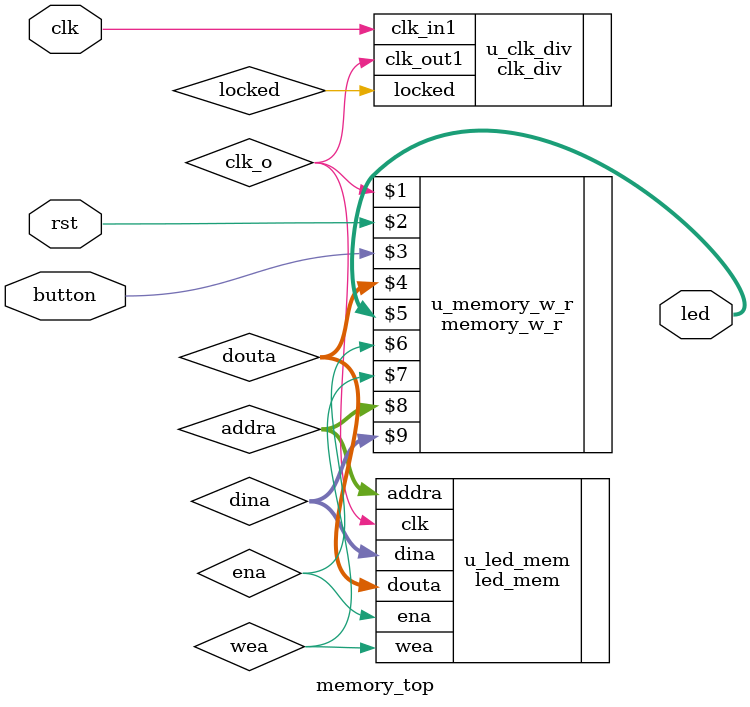
<source format=v>
module memory_top (
    input  wire        clk   ,
	input  wire        rst   ,
	input  wire        button,
	output wire [15:0] led   
);
wire clk_o;
wire locked;
wire ena;
wire wea;
wire [3:0]addra;
wire [15:0]dina;
wire [15:0]douta;

// 时钟ip，仿真用直接连接的方式
clk_div u_clk_div (
	.clk_in1  (clk   ),
	.clk_out1 (clk_o ),
	.locked   (locked)
);
// assign clk_o = clk;

memory_w_r u_memory_w_r (
	clk_o, rst, button, douta, led, ena, wea, addra, dina
);

led_mem u_led_mem(
    .clk(clk_o),
    .ena(ena),
    .wea(wea),
    .addra(addra),
    .dina(dina),
    .douta(douta)
);
endmodule
</source>
